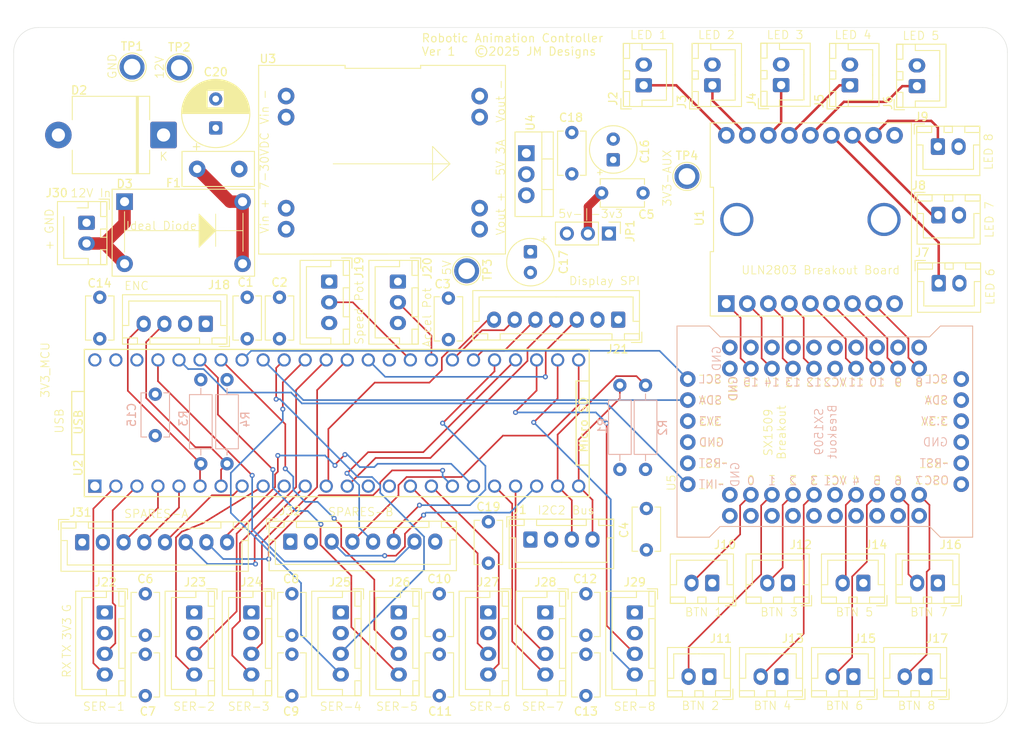
<source format=kicad_pcb>
(kicad_pcb (version 20241229) (generator "pcbnew") (generator_version "9.0")
  (layers (0 "F.Cu" signal "Top") (4 "In1.Cu" power "GND_Plane") (6 "In2.Cu" power "PWR_Plane") (2 "B.Cu" signal "Bottom") (13 "F.Paste" user) (15 "B.Paste" user) (5 "F.SilkS" user "F.Silkscreen") (7 "B.SilkS" user "B.Silkscreen") (1 "F.Mask" user) (3 "B.Mask" user) (25 "Edge.Cuts" user))
  (net 0 "")
  (net 1 "GND")
  (net 2 "+12V")
  (net 3 "/I2C2_SCL")
  (net 4 "/I2C2_SDA")
  (net 5 "/BUTTON_7")
  (net 6 "/LED_1")
  (net 7 "/BUTTON_6")
  (net 8 "/BUTTON_4")
  (net 9 "/BUTTON_3")
  (net 10 "/LED_2")
  (net 11 "/I2C_SDA")
  (net 12 "/LED_8")
  (net 13 "/BUTTON_2")
  (net 14 "/LED_7")
  (net 15 "/SX1509_INT")
  (net 16 "/BUTTON_1")
  (net 17 "/LED_6")
  (net 18 "/BUTTON_8")
  (net 21 "/LED_5")
  (net 22 "/I2C_SCL")
  (net 23 "/LED_4")
  (net 24 "/BUTTON_5")
  (net 25 "/LED_3")
  (net 26 "/REMOTE_ACT_4_TX")
  (net 27 "/REMOTE_ACT_3_TX")
  (net 28 "/SPARE_27")
  (net 29 "/ANALOG_ACCEL_INPUT")
  (net 30 "/REMOTE_ACT_1_RX")
  (net 31 "/REMOTE_ACT_6_TX")
  (net 32 "/LCD_DC")
  (net 33 "/SPI_SCK")
  (net 34 "/REMOTE_ACT_7_RX")
  (net 35 "/REMOTE_ACT_8_TX")
  (net 36 "/SPARE_6")
  (net 37 "/REMOTE_ACT_3_RX")
  (net 38 "/SPARE_2")
  (net 39 "/SPARE_30")
  (net 40 "/SPARE_36")
  (net 41 "/SPARE_33")
  (net 42 "/REMOTE_ACT_2_TX")
  (net 43 "/SPI_CS")
  (net 44 "/ENCODER_A")
  (net 45 "/REMOTE_ACT_8_RX")
  (net 46 "/SPI_MOSI")
  (net 47 "/SPARE_3")
  (net 48 "+5V")
  (net 49 "/ENCODER_B")
  (net 50 "/REMOTE_ACT_5_RX")
  (net 51 "/SPARE_37")
  (net 52 "/SPARE_26")
  (net 53 "/REMOTE_ACT_5_TX")
  (net 54 "/REMOTE_ACT_2_RX")
  (net 55 "/ANALOG_SPEED_INPUT")
  (net 56 "/REMOTE_ACT_4_RX")
  (net 57 "/REMOTE_ACT_7_TX")
  (net 58 "/LCD_RST")
  (net 59 "/REMOTE_ACT_6_RX")
  (net 60 "/SPARE_9")
  (net 61 "/REMOTE_ACT_1_TX")
  (net 62 "/SPARE_23")
  (net 63 "Net-(D3-Pad3)")
  (net 64 "Net-(J30-Pin_2)")
  (net 70 "/LED_8_12V")
  (net 71 "/LED_4_12V")
  (net 72 "/LED_7_12V")
  (net 73 "/LED_1_12V")
  (net 74 "/LED_6_12V")
  (net 75 "/LED_5_12V")
  (net 76 "/LED_3_12V")
  (net 77 "/LED_2_12V")
  (net 78 "/Display_Power")
  (net 82 "3V3_MCU")
  (net 83 "3V3_AUX")
  (footprint "1_Joe_Footprints:ULN2803_Breakout_Board" (layer "F.Cu") (at 189.61 61.6)
    (property "Reference" "U1")
    (property "Value" "ULN2803")
  )
  (footprint "1_Joe_Footprints:DCDC_Converter_DFR1015" (layer "F.Cu") (at 137.984 53.882)
    (property "Reference" "U3")
    (property "Value" "DFR1015")
  )
  (footprint "TestPoint:TestPoint_Plated_Hole_D2.0mm" (layer "F.Cu") (at 174.7 56.4)
    (property "Reference" "TP4")
    (property "Value" "3.3AUX")
  )
  (footprint "Connector_JST:JST_XH_B2B-XH-A_1x02_P2.50mm_Vertical" (layer "F.Cu") (at 194.375 45.4 90)
    (property "Reference" "J5")
    (property "Value" "Conn_01x02")
  )
  (footprint "Connector_JST:JST_XH_B2B-XH-A_1x02_P2.50mm_Vertical" (layer "F.Cu") (at 194.8 116.8 180)
    (property "Reference" "J15")
    (property "Value" "Conn_01x02")
  )
  (footprint "Connector_JST:JST_XH_B4B-XH-A_1x04_P2.50mm_Vertical" (layer "F.Cu") (at 157.6 109.05 -90)
    (property "Reference" "J28")
    (property "Value" "Serial 7")
  )
  (footprint "MountingHole:MountingHole_3.2mm_M3" (layer "F.Cu") (at 209.9 41.92)
    (property "Reference" "H2" (hide yes))
    (property "Value" "MountingHole")
  )
  (footprint "Capacitor_THT:CP_Radial_Tantal_D5.5mm_P2.50mm" (layer "F.Cu") (at 165.8 54.396369 90)
    (property "Reference" "C16")
    (property "Value" "10uF-T")
  )
  (footprint "Capacitor_THT:C_Disc_D5.1mm_W3.2mm_P5.00mm" (layer "F.Cu") (at 109.3 114.1 -90)
    (property "Reference" "C7")
    (property "Value" "0.1uF")
  )
  (footprint "Connector_JST:JST_XH_B2B-XH-A_1x02_P2.50mm_Vertical" (layer "F.Cu") (at 177.775 45.4 90)
    (property "Reference" "J3")
    (property "Value" "Conn_01x02")
  )
  (footprint "Connector_JST:JST_XH_B7B-XH-A_1x07_P2.50mm_Vertical" (layer "F.Cu") (at 166.4 73.7 180)
    (property "Reference" "J21")
    (property "Value" "LCD Display")
  )
  (footprint "1_Joe_Footprints:Ideal_Diode_AGM403A" (layer "F.Cu") (at 113.7925 62.95)
    (property "Reference" "D3")
    (property "Value" "Ideal Diode")
  )
  (footprint "Connector_JST:JST_XH_B2B-XH-A_1x02_P2.50mm_Vertical" (layer "F.Cu") (at 177.75 105.5 180)
    (property "Reference" "J10")
    (property "Value" "Conn_01x02")
  )
  (footprint "Connector_JST:JST_XH_B3B-XH-A_1x03_P2.50mm_Vertical" (layer "F.Cu") (at 139.8 69.1 -90)
    (property "Reference" "J20")
    (property "Value" "Speed Pot, JST-XH")
  )
  (footprint "Connector_JST:JST_XH_B2B-XH-A_1x02_P2.50mm_Vertical" (layer "F.Cu") (at 205 105.5 180)
    (property "Reference" "J16")
    (property "Value" "Conn_01x02")
  )
  (footprint "Connector_JST:JST_XH_B2B-XH-A_1x02_P2.50mm_Vertical" (layer "F.Cu") (at 169.475 45.4 90)
    (property "Reference" "J2")
    (property "Value" "Conn_01x02")
  )
  (footprint "Capacitor_THT:C_Disc_D5.1mm_W3.2mm_P5.00mm" (layer "F.Cu") (at 160.8 56.1 90)
    (property "Reference" "C18")
    (property "Value" "0.1uF")
  )
  (footprint "Connector_JST:JST_XH_B4B-XH-A_1x04_P2.50mm_Vertical" (layer "F.Cu") (at 122.1 109.05 -90)
    (property "Reference" "J24")
    (property "Value" "Serial 3")
  )
  (footprint "Package_TO_SOT_THT:TO-220-3_Vertical" (layer "F.Cu") (at 155.3 53.6 -90)
    (property "Reference" "U4")
    (property "Value" "LM1117T-3.3")
  )
  (footprint "Capacitor_THT:C_Disc_D5.1mm_W3.2mm_P5.00mm" (layer "F.Cu") (at 125.5 76 90)
    (property "Reference" "C2")
    (property "Value" "0.1uF")
  )
  (footprint "Capacitor_THT:C_Disc_D5.1mm_W3.2mm_P5.00mm" (layer "F.Cu") (at 150.725 98.1 -90)
    (property "Reference" "C19")
    (property "Value" "0.1uF")
  )
  (footprint "Connector_JST:JST_XH_B2B-XH-A_1x02_P2.50mm_Vertical" (layer "F.Cu") (at 205.05 61.075)
    (property "Reference" "J8")
    (property "Value" "Conn_01x02")
  )
  (footprint "Capacitor_THT:C_Disc_D5.1mm_W3.2mm_P5.00mm" (layer "F.Cu") (at 121.6 76 90)
    (property "Reference" "C1")
    (property "Value" "0.1uF")
  )
  (footprint "Capacitor_THT:C_Disc_D5.1mm_W3.2mm_P5.00mm" (layer "F.Cu") (at 109.3 111.8 90)
    (property "Reference" "C6")
    (property "Value" "0.1uF")
  )
  (footprint "Connector_JST:JST_XH_B2B-XH-A_1x02_P2.50mm_Vertical" (layer "F.Cu") (at 186.075 45.375 90)
    (property "Reference" "J4")
    (property "Value" "Conn_01x02")
  )
  (footprint "Capacitor_THT:C_Disc_D5.1mm_W3.2mm_P5.00mm" (layer "F.Cu") (at 169.8 96.5 -90)
    (property "Reference" "C4")
    (property "Value" "0.1uF")
  )
  (footprint "Capacitor_THT:CP_Radial_Tantal_D5.5mm_P2.50mm" (layer "F.Cu") (at 155.8 65.503631 -90)
    (property "Reference" "C17")
    (property "Value" "10uF-T")
  )
  (footprint "TestPoint:TestPoint_Plated_Hole_D2.0mm" (layer "F.Cu") (at 113.4 43.3)
    (property "Reference" "TP2")
    (property "Value" "12V")
  )
  (footprint "Connector_JST:JST_XH_B2B-XH-AM_1x02_P2.50mm_Vertical" (layer "F.Cu") (at 102.2 62 -90)
    (property "Reference" "J30")
    (property "Value" "12V in")
  )
  (footprint "Connector_JST:JST_XH_B8B-XH-A_1x08_P2.50mm_Vertical" (layer "F.Cu") (at 101.675 100.575)
    (property "Reference" "J31")
    (property "Value" "Spares A")
  )
  (footprint "Connector_JST:JST_XH_B8B-XH-A_1x08_P2.50mm_Vertical" (layer "F.Cu") (at 126.8 100.5)
    (property "Reference" "J32")
    (property "Value" "Spares B")
  )
  (footprint "Connector_JST:JST_XH_B3B-XH-A_1x03_P2.50mm_Vertical" (layer "F.Cu") (at 131.5 69.1 -90)
    (property "Reference" "J19")
    (property "Value" "Speed Pot, JST-XH")
  )
  (footprint "Connector_JST:JST_XH_B4B-XH-A_1x04_P2.50mm_Vertical" (layer "F.Cu") (at 104.4 109.05 -90)
    (property "Reference" "J22")
    (property "Value" "Serial 1")
  )
  (footprint "teensy.pretty-master:Teensy41" (layer "F.Cu") (at 132.415 86.18)
    (property "Reference" "U2")
    (property "Value" "Teensy4.1")
  )
  (footprint "Connector_JST:JST_XH_B2B-XH-A_1x02_P2.50mm_Vertical" (layer "F.Cu") (at 186.1 116.8 180)
    (property "Reference" "J13")
    (property "Value" "Conn_01x02")
  )
  (footprint "Capacitor_THT:C_Disc_D5.1mm_W3.2mm_P5.00mm" (layer "F.Cu") (at 144.8 114.1 -90)
    (property "Reference" "C11")
    (property "Value" "0.1uF")
  )
  (footprint "Diode_THT:D_P600_R-6_P12.70mm_Horizontal" (layer "F.Cu") (at 111.5 51.4 180)
    (property "Reference" "D2")
    (property "Value" "5KP18A")
  )
  (footprint "Capacitor_THT:C_Disc_D5.1mm_W3.2mm_P5.00mm" (layer "F.Cu") (at 103.8 76 90)
    (property "Reference" "C14")
    (property "Value" "0.1uF")
  )
  (footprint "Connector_JST:JST_XH_B4B-XH-A_1x04_P2.50mm_Vertical" (layer "F.Cu") (at 116.6 74.2 180)
    (property "Reference" "J18")
    (property "Value" "Enc")
  )
  (footprint "Connector_JST:JST_XH_B4B-XH-A_1x04_P2.50mm_Vertical" (layer "F.Cu") (at 155.795 100.25)
    (property "Reference" "J1")
    (property "Value" "I2C2 Bus")
  )
  (footprint "Capacitor_THT:CP_Radial_D8.0mm_P3.50mm" (layer "F.Cu") (at 117.8 50.552651 90)
    (property "Reference" "C20")
    (property "Value" "47uF 35v")
  )
  (footprint "Connector_PinHeader_2.54mm:PinHeader_1x03_P2.54mm_Vertical" (layer "F.Cu") (at 165.28 63.3 -90)
    (property "Reference" "JP1")
    (property "Value" "Display Pwr")
  )
  (footprint "Connector_JST:JST_XH_B4B-XH-A_1x04_P2.50mm_Vertical" (layer "F.Cu") (at 139.9 109.05 -90)
    (property "Reference" "J26")
    (property "Value" "Serial 5")
  )
  (footprint "Connector_JST:JST_XH_B4B-XH-A_1x04_P2.50mm_Vertical" (layer "F.Cu") (at 168.4 109.05 -90)
    (property "Reference" "J29")
    (property "Value" "Serial 8")
  )
  (footprint "Connector_JST:JST_XH_B4B-XH-A_1x04_P2.50mm_Vertical" (layer "F.Cu") (at 132.9 109.05 -90)
    (property "Reference" "J25")
    (property "Value" "Serial 4")
  )
  (footprint "Capacitor_THT:C_Disc_D5.1mm_W3.2mm_P5.00mm" (layer "F.Cu") (at 162.5 111.8 90)
    (property "Reference" "C12")
    (property "Value" "0.1uF")
  )
  (footprint "Connector_JST:JST_XH_B4B-XH-A_1x04_P2.50mm_Vertical" (layer "F.Cu") (at 115.2 109.05 -90)
    (property "Reference" "J23")
    (property "Value" "Serial 2")
  )
  (footprint "Capacitor_THT:C_Disc_D5.1mm_W3.2mm_P5.00mm" (layer "F.Cu") (at 127 111.8 90)
    (property "Reference" "C8")
    (property "Value" "0.1uF")
  )
  (footprint "Capacitor_THT:C_Disc_D5.1mm_W3.2mm_P5.00mm" (layer "F.Cu") (at 162.5 114.1 -90)
    (property "Reference" "C13")
    (property "Value" "0.1uF")
  )
  (footprint "Connector_JST:JST_XH_B2B-XH-A_1x02_P2.50mm_Vertical" (layer "F.Cu") (at 177.4 116.8 180)
    (property "Reference" "J11")
    (property "Value" "Conn_01x02")
  )
  (footprint "TestPoint:TestPoint_Plated_Hole_D2.0mm" (layer "F.Cu") (at 107.7 43.2)
    (property "Reference" "TP1")
    (property "Value" "GND")
  )
  (footprint "TestPoint:TestPoint_Plated_Hole_D2.0mm" (layer "F.Cu") (at 148.1 67.8)
    (property "Reference" "TP3")
    (property "Value" "5V")
  )
  (footprint "MountingHole:MountingHole_3.2mm_M3" (layer "F.Cu") (at 96.9 118.92)
    (property "Reference" "H4" (hide yes))
    (property "Value" "MountingHole")
  )
  (footprint "MountingHole:MountingHole_3.2mm_M3" (layer "F.Cu") (at 96.9 41.92)
    (property "Reference" "H1" (hide yes))
    (property "Value" "MountingHole")
  )
  (footprint "MountingHole:MountingHole_3.2mm_M3" (layer "F.Cu") (at 209.9 118.92)
    (property "Reference" "H3" (hide yes))
    (property "Value" "MountingHole")
  )
  (footprint "Connector_JST:JST_XH_B2B-XH-A_1x02_P2.50mm_Vertical" (layer "F.Cu") (at 186.9 105.5 180)
    (property "Reference" "J12")
    (property "Value" "Conn_01x02")
  )
  (footprint "Connector_JST:JST_XH_B2B-XH-A_1x02_P2.50mm_Vertical" (layer "F.Cu") (at 205.1 69.3)
    (property "Reference" "J7")
    (property "Value" "Conn_01x02")
  )
  (footprint "1_Joe_Footprints:SX1509_Breakout_Board" (layer "F.Cu") (at 169.9 88.47 90)
    (property "Reference" "U5")
    (property "Value" "I/O Expander")
  )
  (footprint "Capacitor_THT:C_Disc_D5.1mm_W3.2mm_P5.00mm" (layer "F.Cu") (at 127 114.1 -90)
    (property "Reference" "C9")
    (property "Value" "0.1uF")
  )
  (footprint "Connector_JST:JST_XH_B2B-XH-A_1x02_P2.50mm_Vertical" (layer "F.Cu") (at 203.5 116.8 180)
    (property "Reference" "J17")
    (property "Value" "Conn_01x02")
  )
  (footprint "Capacitor_THT:C_Disc_D5.1mm_W3.2mm_P5.00mm" (layer "F.Cu") (at 144.8 111.8 90)
    (property "Reference" "C10")
    (property "Value" "0.1uF")
  )
  (footprint "Connector_JST:JST_XH_B2B-XH-A_1x02_P2.50mm_Vertical" (layer "F.Cu") (at 196 105.5 180)
    (property "Reference" "J14")
    (property "Value" "Conn_01x02")
  )
  (footprint "Connector_JST:JST_XH_B2B-XH-A_1x02_P2.50mm_Vertical" (layer "F.Cu") (at 205 52.8)
    (property "Reference" "J9")
    (property "Value" "Conn_01x02")
  )
  (footprint "Connector_JST:JST_XH_B2B-XH-A_1x02_P2.50mm_Vertical" (layer "F.Cu") (at 202.475 45.5 90)
    (property "Reference" "J6")
    (property "Value" "Conn_01x02")
  )
  (footprint "Connector_JST:JST_XH_B4B-XH-A_1x04_P2.50mm_Vertical" (layer "F.Cu") (at 150.7 109.05 -90)
    (property "Reference" "J27")
    (property "Value" "Serial 6")
  )
  (footprint "Capacitor_THT:C_Disc_D5.1mm_W3.2mm_P5.00mm" (layer "F.Cu") (at 164.4 58.4)
    (property "Reference" "C5")
    (property "Value" "0.1uF")
  )
  (footprint "Capacitor_THT:C_Disc_D5.1mm_W3.2mm_P5.00mm" (layer "F.Cu") (at 145.9 76.1 90)
    (property "Reference" "C3")
    (property "Value" "0.1uF")
  )
  (footprint "Fuse:Fuse_Littelfuse_395Series" (layer "F.Cu") (at 115.56 55.5)
    (property "Reference" "F1")
    (property "Value" "Polyfuse 5A")
  )
  (footprint "Resistor_THT:R_Axial_DIN0207_L6.3mm_D2.5mm_P10.16mm_Horizontal" (layer "B.Cu") (at 169.7 81.62 -90)
    (property "Reference" "R2")
    (property "Value" "2.2K")
  )
  (footprint "Capacitor_THT:C_Disc_D5.1mm_W3.2mm_P5.00mm" (layer "B.Cu") (at 110.5 82.7 -90)
    (property "Reference" "C15")
    (property "Value" "0.1uF")
  )
  (footprint "Resistor_THT:R_Axial_DIN0207_L6.3mm_D2.5mm_P10.16mm_Horizontal" (layer "B.Cu") (at 116 80.94 -90)
    (property "Reference" "R3")
    (property "Value" "10k" (hide yes))
  )
  (footprint "Resistor_THT:R_Axial_DIN0207_L6.3mm_D2.5mm_P10.16mm_Horizontal" (layer "B.Cu") (at 119.165 80.94 -90)
    (property "Reference" "R4")
    (property "Value" "10k" (hide yes))
  )
  (footprint "Resistor_THT:R_Axial_DIN0207_L6.3mm_D2.5mm_P10.16mm_Horizontal" (layer "B.Cu") (at 166.6 91.78 90)
    (property "Reference" "R1")
    (property "Value" "2.2K")
  )
  (gr_arc (start 93.4 41.42) (mid 94.27868 39.29868) (end 96.4 38.42) (stroke (width 0.05)) (layer "Edge.Cuts"))
  (gr_arc (start 210.4 38.42) (mid 212.52132 39.29868) (end 213.4 41.42) (stroke (width 0.05)) (layer "Edge.Cuts"))
  (gr_line (start 93.4 119.42) (end 93.4 41.42) (stroke (width 0.05)) (layer "Edge.Cuts"))
  (gr_arc (start 213.4 119.42) (mid 212.52132 121.54132) (end 210.4 122.42) (stroke (width 0.05)) (layer "Edge.Cuts"))
  (gr_line (start 210.4 122.42) (end 96.4 122.42) (stroke (width 0.05)) (layer "Edge.Cuts"))
  (gr_line (start 96.4 38.42) (end 210.4 38.42) (stroke (width 0.05)) (layer "Edge.Cuts"))
  (gr_line (start 213.4 41.42) (end 213.4 119.42) (stroke (width 0.05)) (layer "Edge.Cuts"))
  (gr_arc (start 96.4 122.42) (mid 94.27868 121.54132) (end 93.4 119.42) (stroke (width 0.05)) (layer "Edge.Cuts"))
  (gr_text "LED 4" (at 192.475 39.9 0) (layer "F.SilkS") (effects (font (size 1 1) (thickness 0.1)) (justify left bottom)))
  (gr_text "LED 3" (at 184.275 39.9 0) (layer "F.SilkS") (effects (font (size 1 1) (thickness 0.1)) (justify left bottom)))
  (gr_text "Speed Pot" (at 135.7 76.8 90) (layer "F.SilkS") (effects (font (size 1 1) (thickness 0.1)) (justify left bottom)))
  (gr_text "SER-1" (at 101.7 121 0) (layer "F.SilkS") (effects (font (size 1 1) (thickness 0.1)) (justify left bottom)))
  (gr_text "BTN 4" (at 182.7 120.9 0) (layer "F.SilkS") (effects (font (size 1 1) (thickness 0.1)) (justify left bottom)))
  (gr_text "5v-|-3v3" (at 159.1 61.5 0) (layer "F.SilkS") (effects (font (size 1 1) (thickness 0.1)) (justify left bottom)))
  (gr_text "Display SPI" (at 160.4 69.6 0) (layer "F.SilkS") (effects (font (size 1 1) (thickness 0.1)) (justify left bottom)))
  (gr_text "Accel Pot" (at 143.9 77.1 90) (layer "F.SilkS") (effects (font (size 1 1) (thickness 0.1)) (justify left bottom)))
  (gr_text "BTN 1" (at 174.4 109.6 0) (layer "F.SilkS") (effects (font (size 1 1) (thickness 0.1)) (justify left bottom)))
  (gr_text "LED 1" (at 167.775 39.9 0) (layer "F.SilkS") (effects (font (size 1 1) (thickness 0.1)) (justify left bottom)))
  (gr_text "GND" (at 105.9 44.7 90) (layer "F.SilkS") (effects (font (size 1 1) (thickness 0.1)) (justify left bottom)))
  (gr_text "SER-4" (at 130.3 121 0) (layer "F.SilkS") (effects (font (size 1 1) (thickness 0.1)) (justify left bottom)))
  (gr_text "BTN 2" (at 174 120.9 0) (layer "F.SilkS") (effects (font (size 1 1) (thickness 0.1)) (justify left bottom)))
  (gr_text "USB" (at 99.5 87.5 90) (layer "F.SilkS") (effects (font (size 1 1) (thickness 0.1)) (justify left bottom)))
  (gr_text "SER-3" (at 119.2 121 0) (layer "F.SilkS") (effects (font (size 1 1) (thickness 0.1)) (justify left bottom)))
  (gr_text "BTN 6" (at 191.4 120.9 0) (layer "F.SilkS") (effects (font (size 1 1) (thickness 0.1)) (justify left bottom)))
  (gr_text "BTN 7" (at 201.6 109.6 0) (layer "F.SilkS") (effects (font (size 1 1) (thickness 0.1)) (justify left bottom)))
  (gr_text "3V3" (at 100.425 112.45 90) (layer "F.SilkS") (effects (font (size 1 1) (thickness 0.1)) (justify left bottom)))
  (gr_text "12V" (at 111.6 44.7 90) (layer "F.SilkS") (effects (font (size 1 1) (thickness 0.1)) (justify left bottom)))
  (gr_text "SER-6" (at 148.325 121 0) (layer "F.SilkS") (effects (font (size 1 1) (thickness 0.1)) (justify left bottom)))
  (gr_text "BTN 8" (at 200.1 120.9 0) (layer "F.SilkS") (effects (font (size 1 1) (thickness 0.1)) (justify left bottom)))
  (gr_text "+ GND" (at 98.3 65.4 90) (layer "F.SilkS") (effects (font (size 1 1) (thickness 0.1)) (justify left bottom)))
  (gr_text "SPARES-B" (at 131.3 97.5 0) (layer "F.SilkS") (effects (font (size 1 1) (thickness 0.1)) (justify left bottom)))
  (gr_text "LED 8" (at 211.7 55.7 90) (layer "F.SilkS") (effects (font (size 1 1) (thickness 0.1)) (justify left bottom)))
  (gr_text "ENC" (at 106.7 70.2 0) (layer "F.SilkS") (effects (font (size 1 1) (thickness 0.1)) (justify left bottom)))
  (gr_text "5V" (at 146.3 68.4 90) (layer "F.SilkS") (effects (font (size 1 1) (thickness 0.1)) (justify left bottom)))
  (gr_text "LED 2" (at 175.975 39.9 0) (layer "F.SilkS") (effects (font (size 1 1) (thickness 0.1)) (justify left bottom)))
  (gr_text "3V3-AUX" (at 172.9 60.1 90) (layer "F.SilkS") (effects (font (size 1 1) (thickness 0.1)) (justify left bottom)))
  (gr_text "SER-5" (at 137.1 121 0) (layer "F.SilkS") (effects (font (size 1 1) (thickness 0.1)) (justify left bottom)))
  (gr_text "SER-2" (at 112.6 121 0) (layer "F.SilkS") (effects (font (size 1 1) (thickness 0.1)) (justify left bottom)))
  (gr_text "G" (at 100.4 109.1 90) (layer "F.SilkS") (effects (font (size 1 1) (thickness 0.1)) (justify left bottom)))
  (gr_text "RX" (at 100.4 117 90) (layer "F.SilkS") (effects (font (size 1 1) (thickness 0.1)) (justify left bottom)))
  (gr_text "3V3_MCU" (at 97.8 83.2 90) (layer "F.SilkS") (effects (font (size 1 1) (thickness 0.1)) (justify left bottom)))
  (gr_text "SPARES-A" (at 106.675 97.725 0) (layer "F.SilkS") (effects (font (size 1 1) (thickness 0.1)) (justify left bottom)))
  (gr_text "LED 7" (at 211.8 63.9 90) (layer "F.SilkS") (effects (font (size 1 1) (thickness 0.1)) (justify left bottom)))
  (gr_text "12V In" (at 100.2 59 0) (layer "F.SilkS") (effects (font (size 1 1) (thickness 0.1)) (justify left bottom)))
  (gr_text "I2C2 Bus" (at 156.6 97.3 0) (layer "F.SilkS") (effects (font (size 1 1) (thickness 0.1)) (justify left bottom)))
  (gr_text "SER-8" (at 165.8 121 0) (layer "F.SilkS") (effects (font (size 1 1) (thickness 0.1)) (justify left bottom)))
  (gr_text "BTN 3" (at 183.5 109.6 0) (layer "F.SilkS") (effects (font (size 1 1) (thickness 0.1)) (justify left bottom)))
  (gr_text "SER-7" (at 154.7 121 0) (layer "F.SilkS") (effects (font (size 1 1) (thickness 0.1)) (justify left bottom)))
  (gr_text "BTN 5" (at 192.6 109.6 0) (layer "F.SilkS") (effects (font (size 1 1) (thickness 0.1)) (justify left bottom)))
  (gr_text "TX" (at 100.4 114.7 90) (layer "F.SilkS") (effects (font (size 1 1) (thickness 0.1)) (justify left bottom)))
  (gr_text "LED 6" (at 211.9 72 90) (layer "F.SilkS") (effects (font (size 1 1) (thickness 0.1)) (justify left bottom)))
  (gr_text "Robotic Animation Controller\nVer 1   ©2025 JM Designs" (at 142.6 41.9 0) (layer "F.SilkS") (effects (font (size 1 1) (thickness 0.125)) (justify left bottom)))
  (gr_text "LED 5" (at 200.675 40 0) (layer "F.SilkS") (effects (font (size 1 1) (thickness 0.1)) (justify left bottom)))
  (segment (start 161.625 88.175) (end 166.6 83.2) (width 0.2) (layer "F.Cu") (net 3))
  (segment (start 163.295 100.25) (end 163.295 95.47) (width 0.2) (layer "F.Cu") (net 3))
  (segment (start 163.295 95.47) (end 161.625 93.8) (width 0.2) (layer "F.Cu") (net 3))
  (segment (start 166.6 83.2) (end 166.6 81.62) (width 0.2) (layer "F.Cu") (net 3))
  (segment (start 161.625 93.8) (end 161.625 88.175) (width 0.2) (layer "F.Cu") (net 3))
  (segment (start 166.14395 80.519) (end 168.599 80.519) (width 0.2) (layer "F.Cu") (net 4))
  (segment (start 168.599 80.519) (end 169.7 81.62) (width 0.2) (layer "F.Cu") (net 4))
  (segment (start 160.795 100.25) (end 160.795 95.51) (width 0.2) (layer "F.Cu") (net 4))
  (segment (start 159.085 93.8) (end 159.085 87.57795) (width 0.2) (layer "F.Cu") (net 4))
  (segment (start 160.795 95.51) (end 159.085 93.8) (width 0.2) (layer "F.Cu") (net 4))
  (segment (start 159.085 87.57795) (end 166.14395 80.519) (width 0.2) (layer "F.Cu") (net 4))
  (segment (start 201.4408 104.4408) (end 202.5 105.5) (width 0.2) (layer "F.Cu") (net 5))
  (segment (start 201.4408 96.0808) (end 201.4408 104.4408) (width 0.2) (layer "F.Cu") (net 5))
  (segment (start 200.2 94.84) (end 201.4408 96.0808) (width 0.2) (layer "F.Cu") (net 5))
  (segment (start 181.1792 78.3592) (end 182.42 79.6) (width 0.2) (layer "F.Cu") (net 6))
  (segment (start 181.1792 73.4892) (end 181.1792 78.3592) (width 0.2) (layer "F.Cu") (net 6))
  (segment (start 179.45 71.76) (end 181.1792 73.4892) (width 0.2) (layer "F.Cu") (net 6))
  (segment (start 197.66 94.84) (end 196.4192 96.0808) (width 0.2) (layer "F.Cu") (net 7))
  (segment (start 194.651 104.71284) (end 194.651 114.449) (width 0.2) (layer "F.Cu") (net 7))
  (segment (start 194.651 114.449) (end 192.3 116.8) (width 0.2) (layer "F.Cu") (net 7))
  (segment (start 196.4192 102.94464) (end 194.651 104.71284) (width 0.2) (layer "F.Cu") (net 7))
  (segment (start 196.4192 96.0808) (end 196.4192 102.94464) (width 0.2) (layer "F.Cu") (net 7))
  (segment (start 188.7992 96.0808) (end 188.7992 111.6008) (width 0.2) (layer "F.Cu") (net 8))
  (segment (start 190.04 94.84) (end 188.7992 96.0808) (width 0.2) (layer "F.Cu") (net 8))
  (segment (start 188.7992 111.6008) (end 183.6 116.8) (width 0.2) (layer "F.Cu") (net 8))
  (segment (start 187.5 94.84) (end 186.2592 96.0808) (width 0.2) (layer "F.Cu") (net 9))
  (segment (start 186.2592 96.0808) (end 186.2592 103.6408) (width 0.2) (layer "F.Cu") (net 9))
  (segment (start 186.2592 103.6408) (end 184.4 105.5) (width 0.2) (layer "F.Cu") (net 9))
  (segment (start 183.7192 78.3592) (end 184.96 79.6) (width 0.2) (layer "F.Cu") (net 10))
  (segment (start 181.99 71.76) (end 183.7192 73.4892) (width 0.2) (layer "F.Cu") (net 10))
  (segment (start 183.7192 73.4892) (end 183.7192 78.3592) (width 0.2) (layer "F.Cu") (net 10))
  (segment (start 128.375 83.41) (end 123.525 78.56) (width 0.2) (layer "B.Cu") (net 11))
  (segment (start 174.8 83.41) (end 128.375 83.41) (width 0.2) (layer "B.Cu") (net 11))
  (segment (start 201.4408 75.9708) (end 201.4408 78.3008) (width 0.2) (layer "F.Cu") (net 12))
  (segment (start 197.23 71.76) (end 201.4408 75.9708) (width 0.2) (layer "F.Cu") (net 12))
  (segment (start 201.4408 78.3008) (end 202.74 79.6) (width 0.2) (layer "F.Cu") (net 12))
  (segment (start 183.6608 96.1392) (end 183.6608 104.46144) (width 0.2) (layer "F.Cu") (net 13))
  (segment (start 184.96 94.84) (end 183.6608 96.1392) (width 0.2) (layer "F.Cu") (net 13))
  (segment (start 174.9 113.22224) (end 174.9 116.8) (width 0.2) (layer "F.Cu") (net 13))
  (segment (start 183.6608 104.46144) (end 174.9 113.22224) (width 0.2) (layer "F.Cu") (net 13))
  (segment (start 194.69 71.76) (end 198.9008 75.9708) (width 0.2) (layer "F.Cu") (net 14))
  (segment (start 198.9008 78.3008) (end 200.2 79.6) (width 0.2) (layer "F.Cu") (net 14))
  (segment (start 198.9008 75.9708) (end 198.9008 78.3008) (width 0.2) (layer "F.Cu") (net 14))
  (segment (start 174.8 93.57) (end 165.041 83.811) (width 0.2) (layer "B.Cu") (net 15))
  (segment (start 116.32895 79.661) (end 114.466 79.661) (width 0.2) (layer "B.Cu") (net 15))
  (segment (start 165.041 83.811) (end 128.2089 83.811) (width 0.2) (layer "B.Cu") (net 15))
  (segment (start 114.466 79.661) (end 113.365 78.56) (width 0.2) (layer "B.Cu") (net 15))
  (segment (start 126.8979 82.5) (end 119.16795 82.5) (width 0.2) (layer "B.Cu") (net 15))
  (segment (start 128.2089 83.811) (end 126.8979 82.5) (width 0.2) (layer "B.Cu") (net 15))
  (segment (start 119.16795 82.5) (end 116.32895 79.661) (width 0.2) (layer "B.Cu") (net 15))
  (segment (start 181.1208 99.6292) (end 175.25 105.5) (width 0.2) (layer "F.Cu") (net 16))
  (segment (start 181.1208 96.1392) (end 181.1208 99.6292) (width 0.2) (layer "F.Cu") (net 16))
  (segment (start 182.42 94.84) (end 181.1208 96.1392) (width 0.2) (layer "F.Cu") (net 16))
  (segment (start 196.4 78.34) (end 197.66 79.6) (width 0.2) (layer "F.Cu") (net 17))
  (segment (start 192.15 71.76) (end 196.4 76.01) (width 0.2) (layer "F.Cu") (net 17))
  (segment (start 196.4 76.01) (end 196.4 78.34) (width 0.2) (layer "F.Cu") (net 17))
  (segment (start 203.651 114.149) (end 201 116.8) (width 0.2) (layer "F.Cu") (net 18))
  (segment (start 203.9808 96.0808) (end 203.9808 103.8192) (width 0.2) (layer "F.Cu") (net 18))
  (segment (start 203.651 104.149) (end 203.651 114.149) (width 0.2) (layer "F.Cu") (net 18))
  (segment (start 203.9808 103.8192) (end 203.651 104.149) (width 0.2) (layer "F.Cu") (net 18))
  (segment (start 202.74 94.84) (end 203.9808 96.0808) (width 0.2) (layer "F.Cu") (net 18))
  (segment (start 189.61 71.76) (end 193.8792 76.0292) (width 0.2) (layer "F.Cu") (net 21))
  (segment (start 193.8792 78.3592) (end 195.12 79.6) (width 0.2) (layer "F.Cu") (net 21))
  (segment (start 193.8792 76.0292) (end 193.8792 78.3592) (width 0.2) (layer "F.Cu") (net 21))
  (segment (start 174.8 80.87) (end 171.389 77.459) (width 0.2) (layer "B.Cu") (net 22))
  (segment (start 122.086 77.459) (end 120.985 78.56) (width 0.2) (layer "B.Cu") (net 22))
  (segment (start 171.389 77.459) (end 122.086 77.459) (width 0.2) (layer "B.Cu") (net 22))
  (segment (start 188.7992 73.4892) (end 188.7992 78.3592) (width 0.2) (layer "F.Cu") (net 23))
  (segment (start 187.07 71.76) (end 188.7992 73.4892) (width 0.2) (layer "F.Cu") (net 23))
  (segment (start 188.7992 78.3592) (end 190.04 79.6) (width 0.2) (layer "F.Cu") (net 23))
  (segment (start 195.12 94.84) (end 193.8792 96.0808) (width 0.2) (layer "F.Cu") (net 24))
  (segment (start 193.8792 96.0808) (end 193.8792 105.1208) (width 0.2) (layer "F.Cu") (net 24))
  (segment (start 193.8792 105.1208) (end 193.5 105.5) (width 0.2) (layer "F.Cu") (net 24))
  (segment (start 184.53 71.76) (end 186.2592 73.4892) (width 0.2) (layer "F.Cu") (net 25))
  (segment (start 186.2592 78.3592) (end 187.5 79.6) (width 0.2) (layer "F.Cu") (net 25))
  (segment (start 186.2592 73.4892) (end 186.2592 78.3592) (width 0.2) (layer "F.Cu") (net 25))
  (segment (start 125.1 79.525) (end 125.1 83.3) (width 0.2) (layer "F.Cu") (net 26))
  (segment (start 126.065 78.56) (end 125.1 79.525) (width 0.2) (layer "F.Cu") (net 26))
  (via (at 125.1 83.3) (size 0.6) (drill 0.3) (layers "F.Cu" "B.Cu") (net 26))
  (segment (start 132.9 113.925) (end 132.9 114.05) (width 0.2) (layer "B.Cu") (net 26))
  (segment (start 137.664 94.61124) (end 142.951 99.89824) (width 0.2) (layer "B.Cu") (net 26))
  (segment (start 125.1 83.3) (end 125.549943 83.3) (width 0.2) (layer "B.Cu") (net 26))
  (segment (start 125.549943 83.3) (end 134.948943 92.699) (width 0.2) (layer "B.Cu") (net 26))
  (segment (start 142.951 103.874) (end 132.9 113.925) (width 0.2) (layer "B.Cu") (net 26))
  (segment (start 137.664 93.68195) (end 137.664 94.61124) (width 0.2) (layer "B.Cu") (net 26))
  (segment (start 134.948943 92.699) (end 136.68105 92.699) (width 0.2) (layer "B.Cu") (net 26))
  (segment (start 142.951 99.89824) (end 142.951 103.874) (width 0.2) (layer "B.Cu") (net 26))
  (segment (start 136.68105 92.699) (end 137.664 93.68195) (width 0.2) (layer "B.Cu") (net 26))
  (segment (start 123.376 112.774) (end 123.376 100.58605) (width 0.2) (layer "F.Cu") (net 27))
  (segment (start 123.376 100.58605) (end 130.044 93.91805) (width 0.2) (layer "F.Cu") (net 27))
  (segment (start 130.044 93.91805) (end 130.044 82.201) (width 0.2) (layer "F.Cu") (net 27))
  (segment (start 122.1 114.05) (end 123.376 112.774) (width 0.2) (layer "F.Cu") (net 27))
  (segment (start 130.044 82.201) (end 133.685 78.56) (width 0.2) (layer "F.Cu") (net 27))
  (segment (start 119.175 99.70705) (end 124.964 93.91805) (width 0.2) (layer "F.Cu") (net 28))
  (segment (start 125.3 92.049943) (end 125.3 90.1) (width 0.2) (layer "F.Cu") (net 28))
  (segment (start 132.3 91.2) (end 132.2 91.3) (width 0.2) (layer "F.Cu") (net 28))
  (segment (start 124.964 93.91805) (end 124.964 92.385943) (width 0.2) (layer "F.Cu") (net 28))
  (segment (start 119.175 100.575) (end 119.175 99.70705) (width 0.2) (layer "F.Cu") (net 28))
  (segment (start 133.4 90) (end 132.3 91.1) (width 0.2) (layer "F.Cu") (net 28))
  (segment (start 124.964 92.385943) (end 125.3 92.049943) (width 0.2) (layer "F.Cu") (net 28))
  (segment (start 132.3 91.1) (end 132.3 91.2) (width 0.2) (layer "F.Cu") (net 28))
  (via (at 125.3 90.1) (size 0.6) (drill 0.3) (layers "F.Cu" "B.Cu") (net 28))
  (via (at 133.4 90) (size 0.6) (drill 0.3) (layers "F.Cu" "B.Cu") (net 28))
  (via (at 132.2 91.3) (size 0.6) (drill 0.3) (layers "F.Cu" "B.Cu") (net 28))
  (segment (start 137.35 91.1) (end 136.95 91.5) (width 0.2) (layer "B.Cu") (net 28))
  (segment (start 133.5 89.8) (end 133.4 89.9) (width 0.2) (layer "B.Cu") (net 28))
  (segment (start 133.4 89.9) (end 133.4 90) (width 0.2) (layer "B.Cu") (net 28))
  (segment (start 125.3 90.1) (end 131 90.1) (width 0.2) (layer "B.Cu") (net 28))
  (segment (start 131 90.1) (end 132.2 91.3) (width 0.2) (layer "B.Cu") (net 28))
  (segment (start 136.95 91.5) (end 135.2 91.5) (width 0.2) (layer "B.Cu") (net 28))
  (segment (start 135.2 91.5) (end 133.5 89.8) (width 0.2) (layer "B.Cu") (net 28))
  (segment (start 148.925 93.8) (end 146.225 91.1) (width 0.2) (layer "B.Cu") (net 28))
  (segment (start 146.225 91.1) (end 137.35 91.1) (width 0.2) (layer "B.Cu") (net 28))
  (segment (start 139.8 71.6) (end 143.845 75.645) (width 0.2) (layer "F.Cu") (net 29))
  (segment (start 143.845 75.645) (end 143.845 78.56) (width 0.2) (layer "F.Cu") (net 29))
  (segment (start 105.745 93.8) (end 103.024 96.521) (width 0.2) (layer "F.Cu") (net 30))
  (segment (start 103.024 115.174) (end 104.4 116.55) (width 0.2) (layer "F.Cu") (net 30))
  (segment (start 103.024 96.521) (end 103.024 115.174) (width 0.2) (layer "F.Cu") (net 30))
  (segment (start 149.424 112.774) (end 149.424 101.919) (width 0.2) (layer "F.Cu") (net 31))
  (segment (start 149.424 101.919) (end 141.305 93.8) (width 0.2) (layer "F.Cu") (net 31))
  (segment (start 150.7 114.05) (end 149.424 112.774) (width 0.2) (layer "F.Cu") (net 31))
  (segment (start 149.969 74.976) (end 152.624 74.976) (width 0.2) (layer "F.Cu") (net 32))
  (segment (start 146.385 78.56) (end 149.969 74.976) (width 0.2) (layer "F.Cu") (net 32))
  (segment (start 152.624 74.976) (end 153.9 73.7) (width 0.2) (layer "F.Cu") (net 32))
  (segment (start 157.646 80.554) (end 157.646 77.454) (width 0.2) (layer "F.Cu") (net 33))
  (segment (start 157.6 80.6) (end 157.646 80.554) (width 0.2) (layer "F.Cu") (net 33))
  (segment (start 157.646 77.454) (end 161.4 73.7) (width 0.2) (layer "F.Cu") (net 33))
  (via (at 157.6 80.6) (size 0.6) (drill 0.3) (layers "F.Cu" "B.Cu") (net 33))
  (segment (start 138.265 80.6) (end 157.6 80.6) (width 0.2) (layer "B.Cu") (net 33))
  (segment (start 136.225 78.56) (end 138.265 80.6) (width 0.2) (layer "B.Cu") (net 33))
  (segment (start 157.6 116.55) (end 153.6 112.55) (width 0.2) (layer "F.Cu") (net 34))
  (segment (start 153.6 95.935) (end 151.465 93.8) (width 0.2) (layer "F.Cu") (net 34))
  (segment (start 153.6 112.55) (end 153.6 95.935) (width 0.2) (layer "F.Cu") (net 34))
  (segment (start 154 84.8) (end 156.545 82.255) (width 0.2) (layer "F.Cu") (net 35))
  (segment (start 154 84.9) (end 154 84.8) (width 0.2) (layer "F.Cu") (net 35))
  (segment (start 165 86.2) (end 165 86.1) (width 0.2) (layer "F.Cu") (net 35))
  (segment (start 165 110.65) (end 165 86.2) (width 0.2) (layer "F.Cu") (net 35))
  (segment (start 168.4 114.05) (end 165 110.65) (width 0.2) (layer "F.Cu") (net 35))
  (segment (start 156.545 82.255) (end 156.545 78.56) (width 0.2) (layer "F.Cu") (net 35))
  (via (at 165 86.2) (size 0.6) (drill 0.3) (layers "F.Cu" "B.Cu") (net 35))
  (via (at 154 84.9) (size 0.6) (drill 0.3) (layers "F.Cu" "B.Cu") (net 35))
  (segment (start 163.7 84.9) (end 154 84.9) (width 0.2) (layer "B.Cu") (net 35))
  (segment (start 165 86.2) (end 163.7 84.9) (width 0.2) (layer "B.Cu") (net 35))
  (segment (start 117.349 94.901) (end 119.884 94.901) (width 0.2) (layer "F.Cu") (net 36))
  (segment (start 111.675 100.575) (end 117.349 94.901) (width 0.2) (layer "F.Cu") (net 36))
  (segment (start 119.884 94.901) (end 120.985 93.8) (width 0.2) (layer "F.Cu") (net 36))
  (segment (start 120.727 110.073) (end 119.8 111) (width 0.2) (layer "F.Cu") (net 37))
  (segment (start 127.504 82.201) (end 127.504 93.91805) (width 0.2) (layer "F.Cu") (net 37))
  (segment (start 120.727 100.69505) (end 120.727 110.073) (width 0.2) (layer "F.Cu") (net 37))
  (segment (start 119.8 111) (end 119.8 114.25) (width 0.2) (layer "F.Cu") (net 37))
  (segment (start 127.504 93.91805) (end 120.727 100.69505) (width 0.2) (layer "F.Cu") (net 37))
  (segment (start 131.145 78.56) (end 127.504 82.201) (width 0.2) (layer "F.Cu") (net 37))
  (segment (start 119.8 114.25) (end 122.1 116.55) (width 0.2) (layer "F.Cu") (net 37))
  (segment (start 110.825 93.8) (end 110.825 96.425) (width 0.2) (layer "F.Cu") (net 38))
  (segment (start 110.825 96.425) (end 106.675 100.575) (width 0.2) (layer "F.Cu") (net 38))
  (segment (start 140.649 101.10176) (end 140.649 99.551) (width 0.2) (layer "F.Cu") (net 39))
  (segment (start 140.649 99.551) (end 142.9 97.3) (width 0.2) (layer "F.Cu") (net 39))
  (segment (start 138.2 102.2) (end 139.55076 102.2) (width 0.2) (layer "F.Cu") (net 39))
  (segment (start 139.55076 102.2) (end 140.649 101.10176) (width 0.2) (layer "F.Cu") (net 39))
  (via (at 142.9 97.3) (size 0.6) (drill 0.3) (layers "F.Cu" "B.Cu") (net 39))
  (via (at 138.2 102.2) (size 0.6) (drill 0.3) (layers "F.Cu" "B.Cu") (net 39))
  (segment (start 133.5 102.2) (end 138.2 102.2) (width 0.2) (layer "B.Cu") (net 39))
  (segment (start 138.2 102.2) (end 138.3 102.2) (width 0.2) (layer "B.Cu") (net 39))
  (segment (start 153.346 96.999) (end 156.545 93.8) (width 0.2) (layer "B.Cu") (net 39))
  (segment (start 131.8 100.5) (end 133.5 102.2) (width 0.2) (layer "B.Cu") (net 39))
  (segment (start 143.201 96.999) (end 153.346 96.999) (width 0.2) (layer "B.Cu") (net 39))
  (segment (start 142.9 97.3) (end 143.201 96.999) (width 0.2) (layer "B.Cu") (net 39))
  (segment (start 136.2 89.7) (end 133.650707 92.249293) (width 0.2) (layer "F.Cu") (net 40))
  (segment (start 142.865 89.7) (end 136.2 89.7) (width 0.2) (layer "F.Cu") (net 40))
  (segment (start 154.005 78.56) (end 142.865 89.7) (width 0.2) (layer "F.Cu") (net 40))
  (via (at 133.650707 92.249293) (size 0.6) (drill 0.3) (layers "F.Cu" "B.Cu") (net 40))
  (segment (start 133.691343 92.249293) (end 133.650707 92.249293) (width 0.2) (layer "B.Cu") (net 40))
  (segment (start 135.124 98.824) (end 135.124 93.68195) (width 0.2) (layer "B.Cu") (net 40))
  (segment (start 136.8 100.5) (end 135.124 98.824) (width 0.2) (layer "B.Cu") (net 40))
  (segment (start 135.124 93.68195) (end 133.691343 92.249293) (width 0.2) (layer "B.Cu") (net 40))
  (segment (start 152.485 87.7) (end 147.486 92.699) (width 0.2) (layer "F.Cu") (net 41))
  (segment (start 157.9 87.7) (end 152.485 87.7) (width 0.2) (layer "F.Cu") (net 41))
  (segment (start 157.9 87.7) (end 161.625 83.975) (width 0.2) (layer "F.Cu") (net 41))
  (segment (start 139.866 93.68195) (end 139.866 94.934) (width 0.2) (layer "F.Cu") (net 41))
  (segment (start 139.866 94.934) (end 134.3 100.5) (width 0.2) (layer "F.Cu") (net 41))
  (segment (start 161.625 83.975) (end 161.625 78.56) (width 0.2) (layer "F.Cu") (net 41))
  (segment (start 140.84895 92.699) (end 139.866 93.68195) (width 0.2) (layer "F.Cu") (net 41))
  (segment (start 147.486 92.699) (end 140.84895 92.699) (width 0.2) (layer "F.Cu") (net 41))
  (segment (start 120.326 99.539) (end 126.065 93.8) (width 0.2) (layer "F.Cu") (net 42))
  (segment (start 115.2 114.05) (end 120.326 108.924) (width 0.2) (layer "F.Cu") (net 42))
  (segment (start 120.326 108.924) (end 120.326 99.539) (width 0.2) (layer "F.Cu") (net 42))
  (segment (start 131.4 93.545) (end 131.4 86.9) (width 0.2) (layer "F.Cu") (net 43))
  (segment (start 145.1 78.28795) (end 145.1 79.8) (width 0.2) (layer "F.Cu") (net 43))
  (segment (start 146.9189 77.459) (end 150.6779 73.7) (width 0.2) (layer "F.Cu") (net 43))
  (segment (start 137 81.3) (end 143.6 81.3) (width 0.2) (layer "F.Cu") (net 43))
  (segment (start 150.6779 73.7) (end 151.4 73.7) (width 0.2) (layer "F.Cu") (net 43))
  (segment (start 131.4 86.9) (end 137 81.3) (width 0.2) (layer "F.Cu") (net 43))
  (segment (start 143.6 81.3) (end 145.1 79.8) (width 0.2) (layer "F.Cu") (net 43))
  (segment (start 131.145 93.8) (end 131.4 93.545) (width 0.2) (layer "F.Cu") (net 43))
  (segment (start 145.92895 77.459) (end 146.9189 77.459) (width 0.2) (layer "F.Cu") (net 43))
  (segment (start 145.92895 77.459) (end 145.1 78.28795) (width 0.2) (layer "F.Cu") (net 43))
  (segment (start 109.399 76.401) (end 109.399 83.15605) (width 0.2) (layer "F.Cu") (net 44))
  (segment (start 115.34295 89.1) (end 117.165 89.1) (width 0.2) (layer "F.Cu") (net 44))
  (segment (start 109.399 83.15605) (end 115.34295 89.1) (width 0.2) (layer "F.Cu") (net 44))
  (segment (start 118.445 93.8) (end 118.445 91.82) (width 0.2) (layer "F.Cu") (net 44))
  (segment (start 111.6 74.2) (end 109.399 76.401) (width 0.2) (layer "F.Cu") (net 44))
  (segment (start 118.445 91.82) (end 119.165 91.1) (width 0.2) (layer "F.Cu") (net 44))
  (segment (start 117.165 89.1) (end 119.165 91.1) (width 0.2) (layer "F.Cu") (net 44))
  (segment (start 156.2 86.1) (end 159.085 83.215) (width 0.2) (layer "F.Cu") (net 45))
  (segment (start 159.085 83.215) (end 159.085 78.56) (width 0.2) (layer "F.Cu") (net 45))
  (via (at 156.2 86.1) (size 0.6) (drill 0.3) (layers "F.Cu" "B.Cu") (net 45))
  (segment (start 165.499 95.399) (end 156.2 86.1) (width 0.2) (layer "B.Cu") (net 45))
  (segment (start 165.499 113.649) (end 165.499 95.399) (width 0.2) (layer "B.Cu") (net 45))
  (segment (start 168.4 116.55) (end 165.499 113.649) (width 0.2) (layer "B.Cu") (net 45))
  (segment (start 143.72205 90.4) (end 137.1 90.4) (width 0.2) (layer "F.Cu") (net 46))
  (segment (start 135.202 92.298) (end 135.187 92.298) (width 0.2) (layer "F.Cu") (net 46))
  (segment (start 155.444 77.156) (end 155.444 78.67805) (width 0.2) (layer "F.Cu") (net 46))
  (segment (start 155.444 78.67805) (end 143.72205 90.4) (width 0.2) (layer "F.Cu") (net 46))
  (segment (start 135.187 92.298) (end 133.685 93.8) (width 0.2) (layer "F.Cu") (net 46))
  (segment (start 137.1 90.4) (end 135.202 92.298) (width 0.2) (layer "F.Cu") (net 46))
  (segment (start 158.9 73.7) (end 155.444 77.156) (width 0.2) (layer "F.Cu") (net 46))
  (segment (start 113.365 96.385) (end 109.175 100.575) (width 0.2) (layer "F.Cu") (net 47))
  (segment (start 113.365 93.8) (end 113.365 96.385) (width 0.2) (layer "F.Cu") (net 47))
  (segment (start 107.184 82.284) (end 107.184 76.116) (width 0.2) (layer "F.Cu") (net 49))
  (segment (start 116 91.1) (end 107.184 82.284) (width 0.2) (layer "F.Cu") (net 49))
  (segment (start 115.905 91.195) (end 116 91.1) (width 0.2) (layer "F.Cu") (net 49))
  (segment (start 107.184 76.116) (end 109.1 74.2) (width 0.2) (layer "F.Cu") (net 49))
  (segment (start 115.905 93.8) (end 115.905 91.195) (width 0.2) (layer "F.Cu") (net 49))
  (segment (start 130.5 98.802) (end 130.451 98.851) (width 0.2) (layer "F.Cu") (net 50))
  (segment (start 118.064 85.164) (end 118.064 80.719) (width 0.2) (layer "F.Cu") (net 50))
  (segment (start 124.7 91.8) (end 118.064 85.164) (width 0.2) (layer "F.Cu") (net 50))
  (segment (start 130.451 100.90376) (end 134.176 104.62876) (width 0.2) (layer "F.Cu") (net 50))
  (segment (start 134.176 104.62876) (end 134.176 110.826) (width 0.2) (layer "F.Cu") (net 50))
  (segment (start 130.5 98.4) (end 130.5 98.802) (width 0.2) (layer "F.Cu") (net 50))
  (segment (start 118.064 80.719) (end 115.905 78.56) (width 0.2) (layer "F.Cu") (net 50))
  (segment (start 130.451 98.851) (end 130.451 100.90376) (width 0.2) (layer "F.Cu") (net 50))
  (segment (start 134.176 110.826) (end 139.9 116.55) (width 0.2) (layer "F.Cu") (net 50))
  (via (at 130.5 98.4) (size 0.6) (drill 0.3) (layers "F.Cu" "B.Cu") (net 50))
  (via (at 124.7 91.8) (size 0.6) (drill 0.3) (layers "F.Cu" "B.Cu") (net 50))
  (segment (start 127.50795 96.8) (end 124.7 93.99205) (width 0.2) (layer "B.Cu") (net 50))
  (segment (start 130.5 98.4) (end 128.9 96.8) (width 0.2) (layer "B.Cu") (net 50))
  (segment (start 128.9 96.8) (end 127.50795 96.8) (width 0.2) (layer "B.Cu") (net 50))
  (segment (start 124.7 93.99205) (end 124.7 91.8) (width 0.2) (layer "B.Cu") (net 50))
  (segment (start 139.3 99.2) (end 142.4 96.1) (width 0.2) (layer "F.Cu") (net 51))
  (segment (start 145.2 86.2) (end 151.465 79.935) (width 0.2) (layer "F.Cu") (net 51))
  (segment (start 139.3 100.5) (end 139.3 99.2) (width 0.2) (layer "F.Cu") (net 51))
  (segment (start 151.465 79.935) (end 151.465 78.56) (width 0.2) (layer "F.Cu") (net 51))
  (via (at 142.4 96.1) (size 0.6) (drill 0.3) (layers "F.Cu" "B.Cu") (net 51))
  (via (at 145.2 86.2) (size 0.6) (drill 0.3) (layers "F.Cu" "B.Cu") (net 51))
  (segment (start 148.5 96.1) (end 142.4 96.1) (width 0.2) (layer "B.Cu") (net 51))
  (segment (start 145.2 86.2) (end 150.364 91.364) (width 0.2) (layer "B.Cu") (net 51))
  (segment (start 150.364 91.364) (end 150.364 94.236) (width 0.2) (layer "B.Cu") (net 51))
  (segment (start 150.364 94.236) (end 148.5 96.1) (width 0.2) (layer "B.Cu") (net 51))
  (segment (start 124.2 102.6) (end 124.2 100.98884) (width 0.2) (layer "F.Cu") (net 52))
  (segment (start 130.28784 94.901) (end 136.799 94.901) (width 0.2) (layer "F.Cu") (net 52))
  (segment (start 136.799 94.901) (end 137.664 94.036) (width 0.2) (layer "F.Cu") (net 52))
  (segment (start 139.1 91.9) (end 145.2 91.9) (width 0.2) (layer "F.Cu") (net 52))
  (segment (start 137.664 94.036) (end 137.664 93.336) (width 0.2) (layer "F.Cu") (net 52))
  (segment (start 137.664 93.336) (end 139.1 91.9) (width 0.2) (layer "F.Cu") (net 52))
  (segment (start 124.2 100.98884) (end 130.28784 94.901) (width 0.2) (layer "F.Cu") (net 52))
  (via (at 124.2 102.6) (size 0.6) (drill 0.3) (layers "F.Cu" "B.Cu") (net 52))
  (via (at 145.2 91.9) (size 0.6) (drill 0.3) (layers "F.Cu" "B.Cu") (net 52))
  (segment (start 123.5 102.6) (end 123.499 102.599) (width 0.2) (layer "B.Cu") (net 52))
  (segment (start 118.699 102.599) (end 116.675 100.575) (width 0.2) (layer "B.Cu") (net 52))
  (segment (start 123.499 102.599) (end 118.699 102.599) (width 0.2) (layer "B.Cu") (net 52))
  (segment (start 145.2 91.9) (end 145.2 92.615) (width 0.2) (layer "B.Cu") (net 52))
  (segment (start 145.2 92.615) (end 146.385 93.8) (width 0.2) (layer "B.Cu") (net 52))
  (segment (start 124.2 102.6) (end 123.5 102.6) (width 0.2) (layer "B.Cu") (net 52))
  (segment (start 136.949 105.09976) (end 136.949 111.099) (width 0.2) (layer "F.Cu") (net 53))
  (segment (start 136.949 111.099) (end 139.9 114.05) (width 0.2) (layer "F.Cu") (net 53))
  (segment (start 126.2 86.315) (end 118.445 78.56) (width 0.2) (layer "F.Cu") (net 53))
  (segment (start 126.2 91.7) (end 126.2 86.315) (width 0.2) (layer "F.Cu") (net 53))
  (segment (start 132.1 97.7) (end 132.951 98.551) (width 0.2) (layer "F.Cu") (net 53))
  (segment (start 132.951 98.551) (end 132.951 101.10176) (width 0.2) (layer "F.Cu") (net 53))
  (segment (start 132.951 101.10176) (end 136.949 105.09976) (width 0.2) (layer "F.Cu") (net 53))
  (via (at 132.1 97.7) (size 0.6) (drill 0.3) (layers "F.Cu" "B.Cu") (net 53))
  (via (at 126.2 91.7) (size 0.6) (drill 0.3) (layers "F.Cu" "B.Cu") (net 53))
  (segment (start 127.166 94.25605) (end 127.166 92.666) (width 0.2) (layer "B.Cu") (net 53))
  (segment (start 128.60995 95.7) (end 127.166 94.25605) (width 0.2) (layer "B.Cu") (net 53))
  (segment (start 127.166 92.666) (end 126.2 91.7) (width 0.2) (layer "B.Cu") (net 53))
  (segment (start 132.1 97.7) (end 130.1 95.7) (width 0.2) (layer "B.Cu") (net 53))
  (segment (start 130.1 95.7) (end 128.60995 95.7) (width 0.2) (layer "B.Cu") (net 53))
  (segment (start 123.525 93.8) (end 116.2 98.3) (width 0.2) (layer "F.Cu") (net 54))
  (segment (start 116.2 98.3) (end 113.69824 99.299) (width 0.2) (layer "F.Cu") (net 54))
  (segment (start 113.69824 99.299) (end 113 99.99724) (width 0.2) (layer "F.Cu") (net 54))
  (segment (start 113 114.35) (end 115.2 116.55) (width 0.2) (layer "F.Cu") (net 54))
  (segment (start 113 99.99724) (end 113 114.35) (width 0.2) (layer "F.Cu") (net 54))
  (segment (start 141.305 78.56) (end 134.345 71.6) (width 0.2) (layer "F.Cu") (net 55))
  (segment (start 134.345 71.6) (end 131.5 71.6) (width 0.2) (layer "F.Cu") (net 55))
  (segment (start 125.9 81.265) (end 128.605 78.56) (width 0.2) (layer "F.Cu") (net 56))
  (segment (start 125.9 84.5) (end 125.9 81.265) (width 0.2) (layer "F.Cu") (net 56))
  (via (at 125.9 84.5) (size 0.6) (drill 0.3) (layers "F.Cu" "B.Cu") (net 56))
  (segment (start 119.62105 97.02105) (end 119.62105 92.201) (width 0.2) (layer "B.Cu") (net 56))
  (segment (start 128.101 111.751) (end 128.101 105.501) (width 0.2) (layer "B.Cu") (net 56))
  (segment (start 128.101 105.501) (end 119.62105 97.02105) (width 0.2) (layer "B.Cu") (net 56))
  (segment (start 125.9 85.92205) (end 125.9 84.5) (width 0.2) (layer "B.Cu") (net 56))
  (segment (start 132.9 116.55) (end 128.101 111.751) (width 0.2) (layer "B.Cu") (net 56))
  (segment (start 119.62105 92.201) (end 125.9 85.92205) (width 0.2) (layer "B.Cu") (net 56))
  (segment (start 154.005 110.455) (end 154.005 93.8) (width 0.2) (layer "F.Cu") (net 57))
  (segment (start 157.6 114.05) (end 154.005 110.455) (width 0.2) (layer "F.Cu") (net 57))
  (segment (start 150.026 77.459) (end 148.925 78.56) (width 0.2) (layer "F.Cu") (net 58))
  (segment (start 152.641 77.459) (end 150.026 77.459) (width 0.2) (layer "F.Cu") (net 58))
  (segment (start 156.4 73.7) (end 152.641 77.459) (width 0.2) (layer "F.Cu") (net 58))
  (segment (start 150.7 116.55) (end 151.976 115.274) (width 0.2) (layer "F.Cu") (net 59))
  (segment (start 151.976 101.931) (end 143.845 93.8) (width 0.2) (layer "F.Cu") (net 59))
  (segment (start 151.976 115.274) (end 151.976 101.931) (width 0.2) (layer "F.Cu") (net 59))
  (segment (start 122.5 103.1) (end 122.5 99.905) (width 0.2) (layer "F.Cu") (net 60))
  (segment (start 122.6 103.2) (end 122.5 103.1) (width 0.2) (layer "F.Cu") (net 60))
  (segment (start 122.5 99.905) (end 128.605 93.8) (width 0.2) (layer "F.Cu") (net 60))
  (via (at 122.6 103.2) (size 0.6) (drill 0.3) (layers "F.Cu" "B.Cu") (net 60))
  (segment (start 116.8 103.2) (end 114.175 100.575) (width 0.2) (layer "B.Cu") (net 60))
  (segment (start 122.6 103.2) (end 116.8 103.2) (width 0.2) (layer "B.Cu") (net 60))
  (segment (start 105.36016 96.72484) (end 105.36016 107.899) (width 0.2) (layer "F.Cu") (net 61))
  (segment (start 105.36016 107.899) (end 105.676 108.21484) (width 0.2) (layer "F.Cu") (net 61))
  (segment (start 108.285 93.8) (end 105.36016 96.72484) (width 0.2) (layer "F.Cu") (net 61))
  (segment (start 105.676 112.774) (end 104.4 114.05) (width 0.2) (layer "F.Cu") (net 61))
  (segment (start 105.676 108.21484) (end 105.676 112.774) (width 0.2) (layer "F.Cu") (net 61))
  (segment (start 110.825 81.125) (end 122.3 92.6) (width 0.2) (layer "F.Cu") (net 62))
  (segment (start 110.825 78.56) (end 110.825 81.125) (width 0.2) (layer "F.Cu") (net 62))
  (via (at 122.2 92.5) (size 0.6) (drill 0.3) (layers "F.Cu" "B.Cu") (net 62))
  (segment (start 139.4 102.9) (end 141.8 100.5) (width 0.2) (layer "B.Cu") (net 62))
  (segment (start 126.1 102.9) (end 139.4 102.9) (width 0.2) (layer "B.Cu") (net 62))
  (segment (start 122.2 92.5) (end 122.2 99) (width 0.2) (layer "B.Cu") (net 62))
  (segment (start 122.2 99) (end 126.1 102.9) (width 0.2) (layer "B.Cu") (net 62))
  (segment (start 119.51 59.45) (end 115.56 55.5) (width 1.5) (layer "F.Cu") (net 63))
  (segment (start 121.0425 59.45) (end 119.51 59.45) (width 1.5) (layer "F.Cu") (net 63))
  (segment (start 121.0425 66.95) (end 121.0425 59.45) (width 1.5) (layer "F.Cu") (net 63))
  (segment (start 102.2 64.5) (end 104.3425 64.5) (width 1.5) (layer "F.Cu") (net 64))
  (segment (start 106.7925 62.05) (end 106.7925 59.45) (width 1.5) (layer "F.Cu") (net 64))
  (segment (start 104.3425 64.5) (end 106.7925 62.05) (width 1.5) (layer "F.Cu") (net 64))
  (segment (start 104.3425 64.5) (end 106.7925 66.95) (width 1.5) (layer "F.Cu") (net 64))
  (segment (start 198.97 49.7) (end 204.2 49.7) (width 0.3) (layer "F.Cu") (net 70))
  (segment (start 197.23 51.44) (end 198.97 49.7) (width 0.3) (layer "F.Cu") (net 70))
  (segment (start 205 50.5) (end 205 52.8) (width 0.3) (layer "F.Cu") (net 70))
  (segment (start 204.2 49.7) (end 205 50.5) (width 0.3) (layer "F.Cu") (net 70))
  (segment (start 194.375 45.4) (end 193.11 45.4) (width 0.3) (layer "F.Cu") (net 71))
  (segment (start 193.11 45.4) (end 187.07 51.44) (width 0.3) (layer "F.Cu") (net 71))
  (segment (start 204.325 61.075) (end 205.05 61.075) (width 0.3) (layer "F.Cu") (net 72))
  (segment (start 194.69 51.44) (end 204.325 61.075) (width 0.3) (layer "F.Cu") (net 72))
  (segment (start 169.475 45.4) (end 173.41 45.4) (width 0.3) (layer "F.Cu") (net 73))
  (segment (start 173.41 45.4) (end 179.45 51.44) (width 0.3) (layer "F.Cu") (net 73))
  (segment (start 205.1 64.39) (end 205.1 69.3) (width 0.3) (layer "F.Cu") (net 74))
  (segment (start 192.15 51.44) (end 205.1 64.39) (width 0.3) (layer "F.Cu") (net 74))
  (segment (start 193.65 47.4) (end 189.61 51.44) (width 0.3) (layer "F.Cu") (net 75))
  (segment (start 202.475 45.5) (end 200.7 45.5) (width 0.3) (layer "F.Cu") (net 75))
  (segment (start 198.8 47.4) (end 193.65 47.4) (width 0.3) (layer "F.Cu") (net 75))
  (segment (start 200.7 45.5) (end 198.8 47.4) (width 0.3) (layer "F.Cu") (net 75))
  (segment (start 186.075 49.895) (end 184.53 51.44) (width 0.3) (layer "F.Cu") (net 76))
  (segment (start 186.075 45.375) (end 186.075 49.895) (width 0.3) (layer "F.Cu") (net 76))
  (segment (start 177.775 45.4) (end 177.775 47.225) (width 0.3) (layer "F.Cu") (net 77))
  (segment (start 177.775 47.225) (end 181.99 51.44) (width 0.3) (layer "F.Cu") (net 77))
  (segment (start 162.74 60.06) (end 162.74 63.3) (width 1) (layer "F.Cu") (net 78))
  (segment (start 164.4 58.4) (end 162.74 60.06) (width 1) (layer "F.Cu") (net 78))
)
</source>
